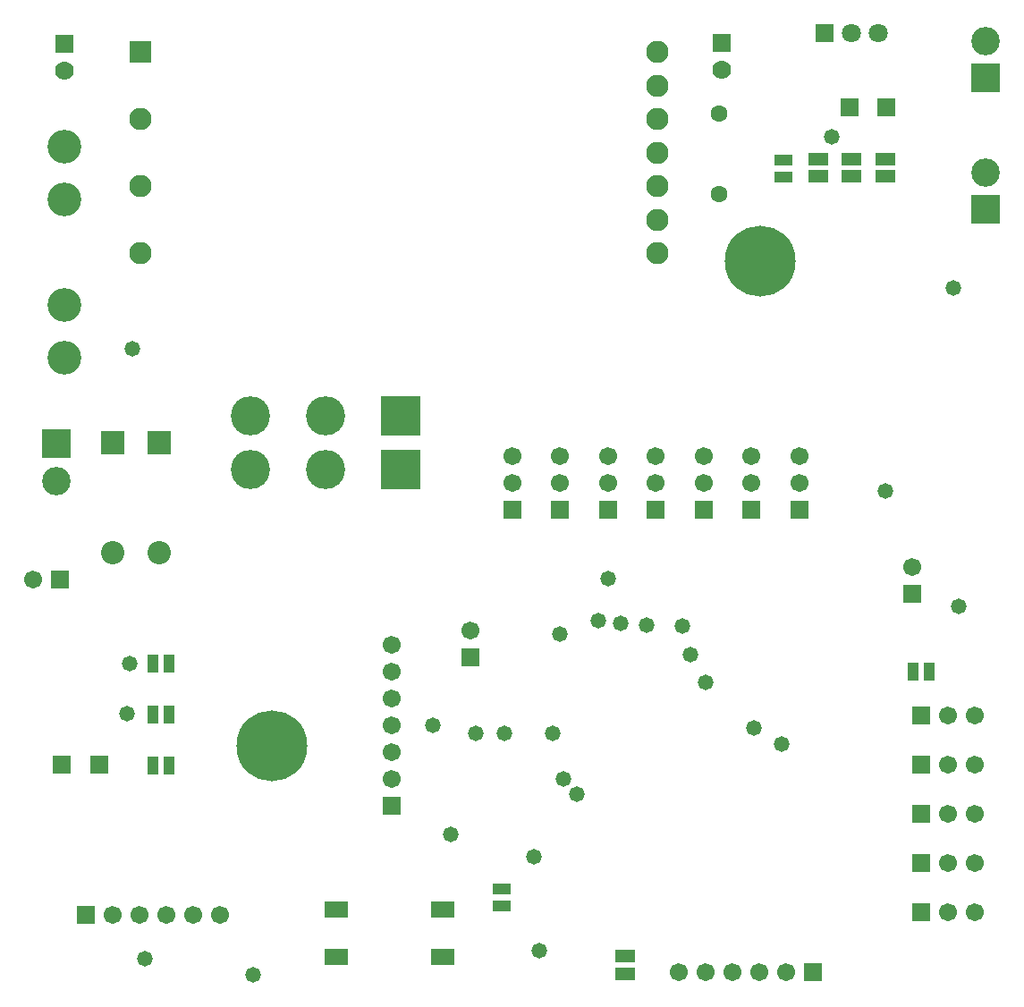
<source format=gts>
%FSLAX23Y23*%
%MOIN*%
G70*
G01*
G75*
G04 Layer_Color=8388736*
%ADD10R,0.083X0.055*%
%ADD11R,0.061X0.035*%
%ADD12R,0.035X0.061*%
%ADD13R,0.067X0.039*%
%ADD14R,0.059X0.059*%
%ADD15C,0.039*%
%ADD16C,0.012*%
%ADD17C,0.020*%
%ADD18R,0.059X0.059*%
%ADD19C,0.059*%
%ADD20C,0.256*%
%ADD21C,0.118*%
%ADD22C,0.075*%
%ADD23R,0.075X0.075*%
%ADD24C,0.062*%
%ADD25R,0.062X0.062*%
%ADD26R,0.138X0.138*%
%ADD27C,0.138*%
%ADD28R,0.063X0.063*%
%ADD29C,0.063*%
%ADD30C,0.098*%
%ADD31R,0.098X0.098*%
%ADD32C,0.055*%
%ADD33C,0.079*%
%ADD34R,0.079X0.079*%
%ADD35C,0.050*%
%ADD36O,0.020X0.069*%
%ADD37O,0.069X0.020*%
%ADD38C,0.010*%
%ADD39C,0.006*%
%ADD40C,0.001*%
%ADD41C,0.008*%
%ADD42R,0.110X0.031*%
%ADD43R,0.091X0.063*%
%ADD44R,0.069X0.043*%
%ADD45R,0.043X0.069*%
%ADD46R,0.075X0.047*%
%ADD47R,0.067X0.067*%
%ADD48R,0.067X0.067*%
%ADD49C,0.067*%
%ADD50C,0.264*%
%ADD51C,0.126*%
%ADD52C,0.083*%
%ADD53R,0.083X0.083*%
%ADD54C,0.070*%
%ADD55R,0.070X0.070*%
%ADD56R,0.146X0.146*%
%ADD57C,0.146*%
%ADD58R,0.071X0.071*%
%ADD59C,0.071*%
%ADD60C,0.106*%
%ADD61R,0.106X0.106*%
%ADD62C,0.063*%
%ADD63C,0.087*%
%ADD64R,0.087X0.087*%
%ADD65C,0.058*%
D43*
X3290Y3460D02*
D03*
Y3283D02*
D03*
X3684D02*
D03*
Y3460D02*
D03*
D44*
X3905Y3535D02*
D03*
Y3474D02*
D03*
X4955Y6191D02*
D03*
Y6252D02*
D03*
D45*
X2665Y4375D02*
D03*
X2604D02*
D03*
X2665Y4185D02*
D03*
X2604D02*
D03*
X2665Y3995D02*
D03*
X2604D02*
D03*
X5438Y4345D02*
D03*
X5499D02*
D03*
D46*
X5335Y6193D02*
D03*
Y6258D02*
D03*
X5085D02*
D03*
Y6193D02*
D03*
X4365Y3285D02*
D03*
Y3220D02*
D03*
X5210Y6193D02*
D03*
Y6258D02*
D03*
D47*
X5339Y6450D02*
D03*
X5201D02*
D03*
X2404Y4000D02*
D03*
X2266D02*
D03*
X5470Y3450D02*
D03*
Y3633D02*
D03*
Y3816D02*
D03*
Y3999D02*
D03*
Y4182D02*
D03*
X2355Y3440D02*
D03*
X5065Y3225D02*
D03*
X2260Y4690D02*
D03*
D48*
X3790Y4400D02*
D03*
X5435Y4635D02*
D03*
X3495Y3845D02*
D03*
X3945Y4950D02*
D03*
X4123D02*
D03*
X4302D02*
D03*
X4480D02*
D03*
X4658D02*
D03*
X4837D02*
D03*
X5015D02*
D03*
D49*
X3790Y4500D02*
D03*
X5435Y4735D02*
D03*
X3495Y4045D02*
D03*
Y3945D02*
D03*
Y4145D02*
D03*
Y4245D02*
D03*
Y4345D02*
D03*
Y4445D02*
D03*
X5570Y3450D02*
D03*
X5670D02*
D03*
X5570Y3633D02*
D03*
X5670D02*
D03*
X5570Y3816D02*
D03*
X5670D02*
D03*
X5570Y3999D02*
D03*
X5670D02*
D03*
X5570Y4182D02*
D03*
X5670D02*
D03*
X2855Y3440D02*
D03*
X2755D02*
D03*
X2655D02*
D03*
X2555D02*
D03*
X2455D02*
D03*
X3945Y5050D02*
D03*
Y5150D02*
D03*
X4123Y5050D02*
D03*
Y5150D02*
D03*
X4302Y5050D02*
D03*
Y5150D02*
D03*
X4480Y5050D02*
D03*
Y5150D02*
D03*
X4658Y5050D02*
D03*
Y5150D02*
D03*
X4837Y5050D02*
D03*
Y5150D02*
D03*
X5015Y5050D02*
D03*
Y5150D02*
D03*
X4965Y3225D02*
D03*
X4865D02*
D03*
X4765D02*
D03*
X4665D02*
D03*
X4565D02*
D03*
X2160Y4690D02*
D03*
D50*
X3050Y4070D02*
D03*
X4870Y5875D02*
D03*
D51*
X2275Y6106D02*
D03*
Y6302D02*
D03*
Y5515D02*
D03*
Y5712D02*
D03*
D52*
X4485Y6655D02*
D03*
Y6530D02*
D03*
Y6405D02*
D03*
Y6280D02*
D03*
Y6155D02*
D03*
Y6030D02*
D03*
Y5905D02*
D03*
X2560D02*
D03*
Y6155D02*
D03*
Y6405D02*
D03*
D53*
Y6655D02*
D03*
D54*
X2275Y6585D02*
D03*
X4725Y6590D02*
D03*
D55*
X2275Y6685D02*
D03*
X4725Y6690D02*
D03*
D56*
X3530Y5300D02*
D03*
Y5100D02*
D03*
D57*
X3250D02*
D03*
X2970D02*
D03*
X3250Y5300D02*
D03*
X2970D02*
D03*
D58*
X5110Y6725D02*
D03*
D59*
X5210D02*
D03*
X5310D02*
D03*
D60*
X5710Y6698D02*
D03*
X2245Y5057D02*
D03*
X5710Y6208D02*
D03*
D61*
Y6560D02*
D03*
X2245Y5195D02*
D03*
X5710Y6070D02*
D03*
D62*
X4715Y6425D02*
D03*
Y6125D02*
D03*
D63*
X2455Y4789D02*
D03*
X2630D02*
D03*
D64*
X2455Y5201D02*
D03*
X2630D02*
D03*
D65*
X2530Y5550D02*
D03*
X5135Y6340D02*
D03*
X5590Y5775D02*
D03*
X5335Y5020D02*
D03*
X3650Y4145D02*
D03*
X3810Y4115D02*
D03*
X4095D02*
D03*
X3915D02*
D03*
X4135Y3945D02*
D03*
X4185Y3890D02*
D03*
X2980Y3215D02*
D03*
X2575Y3275D02*
D03*
X4045Y3305D02*
D03*
X3715Y3740D02*
D03*
X4025Y3655D02*
D03*
X4123Y4488D02*
D03*
X4302Y4692D02*
D03*
X4265Y4535D02*
D03*
X4350Y4525D02*
D03*
X4445Y4520D02*
D03*
X4580Y4515D02*
D03*
X4950Y4075D02*
D03*
X4845Y4135D02*
D03*
X4610Y4410D02*
D03*
X4665Y4305D02*
D03*
X5610Y4590D02*
D03*
X2520Y4375D02*
D03*
X2510Y4190D02*
D03*
M02*

</source>
